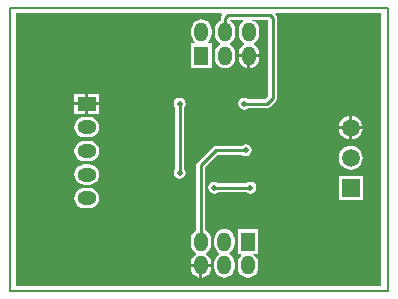
<source format=gbl>
%FSLAX25Y25*%
%MOIN*%
G70*
G01*
G75*
G04 Layer_Physical_Order=2*
G04 Layer_Color=16711680*
%ADD10R,0.02756X0.03347*%
%ADD11C,0.01000*%
%ADD12C,0.00500*%
%ADD13O,0.04724X0.06299*%
%ADD14R,0.04724X0.06299*%
%ADD15O,0.06299X0.04724*%
%ADD16R,0.06299X0.04724*%
%ADD17R,0.05906X0.05906*%
%ADD18C,0.05906*%
%ADD19C,0.02000*%
G36*
X123725Y-92725D02*
X1774D01*
Y-1774D01*
X70409D01*
X70601Y-2236D01*
X70544Y-2293D01*
X70213Y-2789D01*
X70097Y-3374D01*
Y-4333D01*
X69930Y-4402D01*
X69228Y-4941D01*
X68689Y-5643D01*
X68350Y-6461D01*
X68235Y-7339D01*
Y-8913D01*
X68350Y-9791D01*
X68689Y-10609D01*
X69228Y-11311D01*
X69882Y-11813D01*
Y-12313D01*
X69228Y-12815D01*
X68689Y-13517D01*
X68350Y-14335D01*
X68235Y-15213D01*
Y-16787D01*
X68350Y-17665D01*
X68689Y-18483D01*
X69228Y-19185D01*
X69930Y-19724D01*
X70748Y-20063D01*
X71626Y-20179D01*
X72504Y-20063D01*
X73322Y-19724D01*
X74024Y-19185D01*
X74563Y-18483D01*
X74902Y-17665D01*
X75017Y-16787D01*
Y-15213D01*
X74902Y-14335D01*
X74563Y-13517D01*
X74024Y-12815D01*
X73322Y-12276D01*
Y-11850D01*
X74024Y-11311D01*
X74563Y-10609D01*
X74902Y-9791D01*
X75017Y-8913D01*
Y-7339D01*
X74902Y-6461D01*
X74563Y-5643D01*
X74024Y-4941D01*
X73322Y-4402D01*
X73155Y-4333D01*
Y-4029D01*
X77512D01*
X77673Y-4503D01*
X77102Y-4941D01*
X76563Y-5643D01*
X76224Y-6461D01*
X76109Y-7339D01*
Y-8913D01*
X76224Y-9791D01*
X76563Y-10609D01*
X77102Y-11311D01*
X77756Y-11813D01*
Y-12313D01*
X77102Y-12815D01*
X76563Y-13517D01*
X76224Y-14335D01*
X76109Y-15213D01*
Y-15500D01*
X82891D01*
Y-15213D01*
X82776Y-14335D01*
X82437Y-13517D01*
X81898Y-12815D01*
X81196Y-12276D01*
Y-11850D01*
X81898Y-11311D01*
X82437Y-10609D01*
X82776Y-9791D01*
X82891Y-8913D01*
Y-7339D01*
X82776Y-6461D01*
X82437Y-5643D01*
X81898Y-4941D01*
X81196Y-4402D01*
X80378Y-4063D01*
Y-4063D01*
X80380Y-4029D01*
X85866D01*
X85971Y-4134D01*
Y-29366D01*
X84866Y-30471D01*
X79311D01*
X78780Y-30116D01*
X78000Y-29961D01*
X77220Y-30116D01*
X76558Y-30558D01*
X76116Y-31220D01*
X75961Y-32000D01*
X76116Y-32780D01*
X76558Y-33442D01*
X77220Y-33884D01*
X78000Y-34039D01*
X78780Y-33884D01*
X79311Y-33529D01*
X85500D01*
X86085Y-33413D01*
X86581Y-33081D01*
X86581Y-33081D01*
X86581Y-33081D01*
X88581Y-31081D01*
X88913Y-30585D01*
X89029Y-30000D01*
X89029Y-30000D01*
X89029Y-30000D01*
Y-30000D01*
Y-3500D01*
X88913Y-2915D01*
X88581Y-2419D01*
X88399Y-2236D01*
X88591Y-1774D01*
X123725D01*
Y-92725D01*
D02*
G37*
%LPC*%
G36*
X56500Y-29961D02*
X55720Y-30116D01*
X55058Y-30558D01*
X54616Y-31220D01*
X54461Y-32000D01*
X54616Y-32780D01*
X54971Y-33311D01*
Y-53689D01*
X54616Y-54220D01*
X54461Y-55000D01*
X54616Y-55780D01*
X55058Y-56442D01*
X55720Y-56884D01*
X56500Y-57039D01*
X57280Y-56884D01*
X57942Y-56442D01*
X58384Y-55780D01*
X58539Y-55000D01*
X58384Y-54220D01*
X58029Y-53689D01*
Y-33311D01*
X58384Y-32780D01*
X58539Y-32000D01*
X58384Y-31220D01*
X57942Y-30558D01*
X57280Y-30116D01*
X56500Y-29961D01*
D02*
G37*
G36*
X80000Y-57961D02*
X79220Y-58116D01*
X78689Y-58471D01*
X69311D01*
X68780Y-58116D01*
X68000Y-57961D01*
X67220Y-58116D01*
X66558Y-58558D01*
X66116Y-59220D01*
X65961Y-60000D01*
X66116Y-60780D01*
X66558Y-61442D01*
X67220Y-61884D01*
X68000Y-62039D01*
X68780Y-61884D01*
X69311Y-61529D01*
X78689D01*
X79220Y-61884D01*
X80000Y-62039D01*
X80780Y-61884D01*
X81442Y-61442D01*
X81884Y-60780D01*
X82039Y-60000D01*
X81884Y-59220D01*
X81442Y-58558D01*
X80780Y-58116D01*
X80000Y-57961D01*
D02*
G37*
G36*
X26287Y-52231D02*
X24713D01*
X23835Y-52346D01*
X23017Y-52685D01*
X22315Y-53224D01*
X21776Y-53926D01*
X21437Y-54744D01*
X21321Y-55622D01*
X21437Y-56500D01*
X21776Y-57318D01*
X22315Y-58020D01*
X23017Y-58559D01*
X23835Y-58898D01*
X24713Y-59013D01*
X26287D01*
X27165Y-58898D01*
X27983Y-58559D01*
X28685Y-58020D01*
X29224Y-57318D01*
X29563Y-56500D01*
X29679Y-55622D01*
X29563Y-54744D01*
X29224Y-53926D01*
X28685Y-53224D01*
X27983Y-52685D01*
X27165Y-52346D01*
X26287Y-52231D01*
D02*
G37*
G36*
Y-44357D02*
X24713D01*
X23835Y-44472D01*
X23017Y-44811D01*
X22315Y-45350D01*
X21776Y-46052D01*
X21437Y-46870D01*
X21321Y-47748D01*
X21437Y-48626D01*
X21776Y-49444D01*
X22315Y-50146D01*
X23017Y-50685D01*
X23835Y-51024D01*
X24713Y-51139D01*
X26287D01*
X27165Y-51024D01*
X27983Y-50685D01*
X28685Y-50146D01*
X29224Y-49444D01*
X29563Y-48626D01*
X29679Y-47748D01*
X29563Y-46870D01*
X29224Y-46052D01*
X28685Y-45350D01*
X27983Y-44811D01*
X27165Y-44472D01*
X26287Y-44357D01*
D02*
G37*
G36*
X113500Y-46013D02*
X112468Y-46149D01*
X111507Y-46547D01*
X110681Y-47181D01*
X110047Y-48007D01*
X109649Y-48968D01*
X109513Y-50000D01*
X109649Y-51032D01*
X110047Y-51993D01*
X110681Y-52819D01*
X111507Y-53453D01*
X112468Y-53851D01*
X113500Y-53987D01*
X114532Y-53851D01*
X115493Y-53453D01*
X116319Y-52819D01*
X116953Y-51993D01*
X117351Y-51032D01*
X117487Y-50000D01*
X117351Y-48968D01*
X116953Y-48007D01*
X116319Y-47181D01*
X115493Y-46547D01*
X114532Y-46149D01*
X113500Y-46013D01*
D02*
G37*
G36*
X78500Y-45461D02*
X77720Y-45616D01*
X77189Y-45971D01*
X68500D01*
X67915Y-46087D01*
X67419Y-46419D01*
X62419Y-51419D01*
X62087Y-51915D01*
X61971Y-52500D01*
Y-74207D01*
X61804Y-74276D01*
X61102Y-74815D01*
X60563Y-75517D01*
X60224Y-76335D01*
X60109Y-77213D01*
Y-78787D01*
X60224Y-79665D01*
X60563Y-80483D01*
X61102Y-81185D01*
X61756Y-81687D01*
Y-82187D01*
X61102Y-82689D01*
X60563Y-83391D01*
X60224Y-84209D01*
X60109Y-85087D01*
Y-85374D01*
X66891D01*
Y-85087D01*
X66776Y-84209D01*
X66437Y-83391D01*
X65898Y-82689D01*
X65196Y-82150D01*
Y-81724D01*
X65898Y-81185D01*
X66437Y-80483D01*
X66776Y-79665D01*
X66891Y-78787D01*
Y-77213D01*
X66776Y-76335D01*
X66437Y-75517D01*
X65898Y-74815D01*
X65196Y-74276D01*
X65029Y-74207D01*
Y-53133D01*
X69134Y-49029D01*
X77189D01*
X77720Y-49384D01*
X78500Y-49539D01*
X79280Y-49384D01*
X79942Y-48942D01*
X80384Y-48280D01*
X80539Y-47500D01*
X80384Y-46720D01*
X79942Y-46058D01*
X79280Y-45616D01*
X78500Y-45461D01*
D02*
G37*
G36*
X63000Y-86374D02*
X60109D01*
Y-86661D01*
X60224Y-87539D01*
X60563Y-88357D01*
X61102Y-89059D01*
X61804Y-89598D01*
X62622Y-89937D01*
X63000Y-89987D01*
Y-86374D01*
D02*
G37*
G36*
X82610Y-73850D02*
X75886D01*
Y-82150D01*
X76775D01*
X76936Y-82623D01*
X76850Y-82689D01*
X76311Y-83391D01*
X75972Y-84209D01*
X75857Y-85087D01*
Y-86661D01*
X75972Y-87539D01*
X76311Y-88357D01*
X76850Y-89059D01*
X77552Y-89598D01*
X78370Y-89937D01*
X79248Y-90053D01*
X80126Y-89937D01*
X80944Y-89598D01*
X81646Y-89059D01*
X82185Y-88357D01*
X82524Y-87539D01*
X82639Y-86661D01*
Y-85087D01*
X82524Y-84209D01*
X82185Y-83391D01*
X81646Y-82689D01*
X80944Y-82150D01*
X80944Y-82150D01*
X82610D01*
Y-73850D01*
D02*
G37*
G36*
X71374Y-73821D02*
X70496Y-73937D01*
X69678Y-74276D01*
X68976Y-74815D01*
X68437Y-75517D01*
X68098Y-76335D01*
X67983Y-77213D01*
Y-78787D01*
X68098Y-79665D01*
X68437Y-80483D01*
X68976Y-81185D01*
X69630Y-81687D01*
Y-82187D01*
X68976Y-82689D01*
X68437Y-83391D01*
X68098Y-84209D01*
X67983Y-85087D01*
Y-86661D01*
X68098Y-87539D01*
X68437Y-88357D01*
X68976Y-89059D01*
X69678Y-89598D01*
X70496Y-89937D01*
X71374Y-90053D01*
X72252Y-89937D01*
X73070Y-89598D01*
X73772Y-89059D01*
X74311Y-88357D01*
X74650Y-87539D01*
X74765Y-86661D01*
Y-85087D01*
X74650Y-84209D01*
X74311Y-83391D01*
X73772Y-82689D01*
X73070Y-82150D01*
Y-81724D01*
X73772Y-81185D01*
X74311Y-80483D01*
X74650Y-79665D01*
X74765Y-78787D01*
Y-77213D01*
X74650Y-76335D01*
X74311Y-75517D01*
X73772Y-74815D01*
X73070Y-74276D01*
X72252Y-73937D01*
X71374Y-73821D01*
D02*
G37*
G36*
X117453Y-56047D02*
X109547D01*
Y-63953D01*
X117453D01*
Y-56047D01*
D02*
G37*
G36*
X26287Y-60105D02*
X24713D01*
X23835Y-60220D01*
X23017Y-60559D01*
X22315Y-61098D01*
X21776Y-61800D01*
X21437Y-62618D01*
X21321Y-63496D01*
X21437Y-64374D01*
X21776Y-65192D01*
X22315Y-65894D01*
X23017Y-66433D01*
X23835Y-66772D01*
X24713Y-66887D01*
X26287D01*
X27165Y-66772D01*
X27983Y-66433D01*
X28685Y-65894D01*
X29224Y-65192D01*
X29563Y-64374D01*
X29679Y-63496D01*
X29563Y-62618D01*
X29224Y-61800D01*
X28685Y-61098D01*
X27983Y-60559D01*
X27165Y-60220D01*
X26287Y-60105D01*
D02*
G37*
G36*
X66891Y-86374D02*
X64000D01*
Y-89987D01*
X64378Y-89937D01*
X65196Y-89598D01*
X65898Y-89059D01*
X66437Y-88357D01*
X66776Y-87539D01*
X66891Y-86661D01*
Y-86374D01*
D02*
G37*
G36*
X29650Y-28638D02*
X26000D01*
Y-31500D01*
X29650D01*
Y-28638D01*
D02*
G37*
G36*
X25000D02*
X21350D01*
Y-31500D01*
X25000D01*
Y-28638D01*
D02*
G37*
G36*
X29650Y-32500D02*
X26000D01*
Y-35362D01*
X29650D01*
Y-32500D01*
D02*
G37*
G36*
X82891Y-16500D02*
X80000D01*
Y-20113D01*
X80378Y-20063D01*
X81196Y-19724D01*
X81898Y-19185D01*
X82437Y-18483D01*
X82776Y-17665D01*
X82891Y-16787D01*
Y-16500D01*
D02*
G37*
G36*
X79000D02*
X76109D01*
Y-16787D01*
X76224Y-17665D01*
X76563Y-18483D01*
X77102Y-19185D01*
X77804Y-19724D01*
X78622Y-20063D01*
X79000Y-20113D01*
Y-16500D01*
D02*
G37*
G36*
X63752Y-3947D02*
X62874Y-4063D01*
X62056Y-4402D01*
X61354Y-4941D01*
X60815Y-5643D01*
X60476Y-6461D01*
X60361Y-7339D01*
Y-8913D01*
X60476Y-9791D01*
X60815Y-10609D01*
X61354Y-11311D01*
X61439Y-11377D01*
X61278Y-11850D01*
X60390D01*
Y-20150D01*
X67114D01*
Y-11850D01*
X66225D01*
X66064Y-11377D01*
X66150Y-11311D01*
X66689Y-10609D01*
X67028Y-9791D01*
X67143Y-8913D01*
Y-7339D01*
X67028Y-6461D01*
X66689Y-5643D01*
X66150Y-4941D01*
X65448Y-4402D01*
X64630Y-4063D01*
X63752Y-3947D01*
D02*
G37*
G36*
X26287Y-36483D02*
X24713D01*
X23835Y-36598D01*
X23017Y-36937D01*
X22315Y-37476D01*
X21776Y-38178D01*
X21437Y-38996D01*
X21321Y-39874D01*
X21437Y-40752D01*
X21776Y-41570D01*
X22315Y-42272D01*
X23017Y-42811D01*
X23835Y-43150D01*
X24713Y-43265D01*
X26287D01*
X27165Y-43150D01*
X27983Y-42811D01*
X28685Y-42272D01*
X29224Y-41570D01*
X29563Y-40752D01*
X29679Y-39874D01*
X29563Y-38996D01*
X29224Y-38178D01*
X28685Y-37476D01*
X27983Y-36937D01*
X27165Y-36598D01*
X26287Y-36483D01*
D02*
G37*
G36*
X117421Y-40500D02*
X114000D01*
Y-43921D01*
X114532Y-43851D01*
X115493Y-43453D01*
X116319Y-42819D01*
X116953Y-41993D01*
X117351Y-41032D01*
X117421Y-40500D01*
D02*
G37*
G36*
X113000D02*
X109579D01*
X109649Y-41032D01*
X110047Y-41993D01*
X110681Y-42819D01*
X111507Y-43453D01*
X112468Y-43851D01*
X113000Y-43921D01*
Y-40500D01*
D02*
G37*
G36*
X25000Y-32500D02*
X21350D01*
Y-35362D01*
X25000D01*
Y-32500D01*
D02*
G37*
G36*
X114000Y-36079D02*
Y-39500D01*
X117421D01*
X117351Y-38968D01*
X116953Y-38007D01*
X116319Y-37181D01*
X115493Y-36547D01*
X114532Y-36149D01*
X114000Y-36079D01*
D02*
G37*
G36*
X113000D02*
X112468Y-36149D01*
X111507Y-36547D01*
X110681Y-37181D01*
X110047Y-38007D01*
X109649Y-38968D01*
X109579Y-39500D01*
X113000D01*
Y-36079D01*
D02*
G37*
%LPD*%
D11*
X68000Y-60000D02*
X80000D01*
X63500Y-78000D02*
Y-52500D01*
X68500Y-47500D01*
X78500D01*
X87500Y-30000D02*
Y-3500D01*
X85500Y-32000D02*
X87500Y-30000D01*
X78000Y-32000D02*
X85500D01*
X56500Y-55000D02*
Y-32000D01*
X72500Y-2500D02*
X86500D01*
X71626Y-8126D02*
Y-3374D01*
X72500Y-2500D01*
X86500D02*
X87500Y-3500D01*
D12*
X0Y0D02*
X125984D01*
X0Y-94488D02*
Y0D01*
Y-94488D02*
X125984D01*
Y0D01*
D13*
X71626Y-16000D02*
D03*
X79500D02*
D03*
X63752Y-8126D02*
D03*
X79500D02*
D03*
X71626D02*
D03*
X71374Y-78000D02*
D03*
X63500D02*
D03*
X79248Y-85874D02*
D03*
X63500D02*
D03*
X71374D02*
D03*
D14*
X63752Y-16000D02*
D03*
X79248Y-78000D02*
D03*
D15*
X25500Y-47748D02*
D03*
Y-63496D02*
D03*
Y-55622D02*
D03*
Y-39874D02*
D03*
D16*
Y-32000D02*
D03*
D17*
X113500Y-60000D02*
D03*
D18*
Y-50000D02*
D03*
Y-40000D02*
D03*
D19*
X68000Y-60000D02*
D03*
X80000D02*
D03*
X56500Y-55000D02*
D03*
Y-32000D02*
D03*
X78000D02*
D03*
X78500Y-47500D02*
D03*
M02*

</source>
